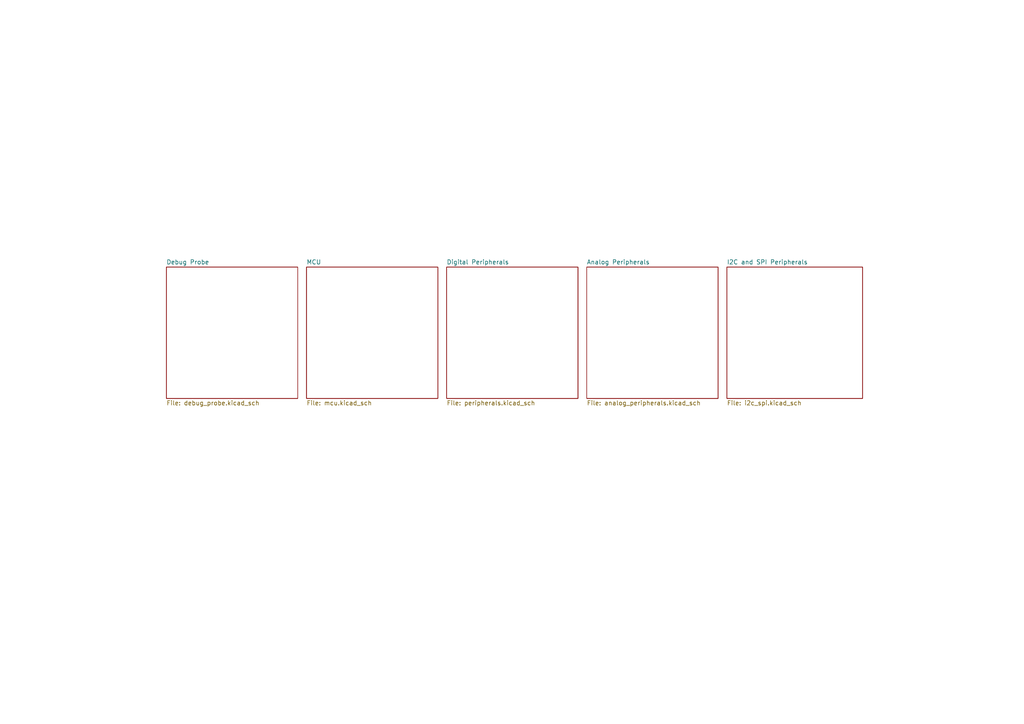
<source format=kicad_sch>
(kicad_sch
	(version 20250114)
	(generator "eeschema")
	(generator_version "9.0")
	(uuid "308cd3d6-c3d9-49fe-9127-06fda61df52b")
	(paper "A4")
	(title_block
		(title "EcoBoard")
		(company "EcoEnterprise")
	)
	(lib_symbols)
	(sheet
		(at 129.54 77.47)
		(size 38.1 38.1)
		(exclude_from_sim no)
		(in_bom yes)
		(on_board yes)
		(dnp no)
		(fields_autoplaced yes)
		(stroke
			(width 0.1524)
			(type solid)
		)
		(fill
			(color 0 0 0 0.0000)
		)
		(uuid "146c382c-2a6c-4a12-90a2-a26f2a1dd60b")
		(property "Sheetname" "Digital Peripherals"
			(at 129.54 76.7584 0)
			(effects
				(font
					(size 1.27 1.27)
				)
				(justify left bottom)
			)
		)
		(property "Sheetfile" "peripherals.kicad_sch"
			(at 129.54 116.1546 0)
			(effects
				(font
					(size 1.27 1.27)
				)
				(justify left top)
			)
		)
		(instances
			(project "eco_devkit"
				(path "/308cd3d6-c3d9-49fe-9127-06fda61df52b"
					(page "4")
				)
			)
		)
	)
	(sheet
		(at 210.82 77.47)
		(size 39.37 38.1)
		(exclude_from_sim no)
		(in_bom yes)
		(on_board yes)
		(dnp no)
		(fields_autoplaced yes)
		(stroke
			(width 0.1524)
			(type solid)
		)
		(fill
			(color 0 0 0 0.0000)
		)
		(uuid "18936539-b78a-4a13-b6a3-f93843840718")
		(property "Sheetname" "I2C and SPI Peripherals"
			(at 210.82 76.7584 0)
			(effects
				(font
					(size 1.27 1.27)
				)
				(justify left bottom)
			)
		)
		(property "Sheetfile" "i2c_spi.kicad_sch"
			(at 210.82 116.1546 0)
			(effects
				(font
					(size 1.27 1.27)
				)
				(justify left top)
			)
		)
		(instances
			(project "eco_devkit"
				(path "/308cd3d6-c3d9-49fe-9127-06fda61df52b"
					(page "6")
				)
			)
		)
	)
	(sheet
		(at 170.18 77.47)
		(size 38.1 38.1)
		(exclude_from_sim no)
		(in_bom yes)
		(on_board yes)
		(dnp no)
		(fields_autoplaced yes)
		(stroke
			(width 0.1524)
			(type solid)
		)
		(fill
			(color 0 0 0 0.0000)
		)
		(uuid "a3f9a86b-c305-4ba8-be31-b3cd3a950ab4")
		(property "Sheetname" "Analog Peripherals"
			(at 170.18 76.7584 0)
			(effects
				(font
					(size 1.27 1.27)
				)
				(justify left bottom)
			)
		)
		(property "Sheetfile" "analog_peripherals.kicad_sch"
			(at 170.18 116.1546 0)
			(effects
				(font
					(size 1.27 1.27)
				)
				(justify left top)
			)
		)
		(instances
			(project "eco_devkit"
				(path "/308cd3d6-c3d9-49fe-9127-06fda61df52b"
					(page "5")
				)
			)
		)
	)
	(sheet
		(at 88.9 77.47)
		(size 38.1 38.1)
		(exclude_from_sim no)
		(in_bom yes)
		(on_board yes)
		(dnp no)
		(fields_autoplaced yes)
		(stroke
			(width 0.1524)
			(type solid)
		)
		(fill
			(color 0 0 0 0.0000)
		)
		(uuid "c5de08d4-6dd7-45aa-a926-c80cdd2f363a")
		(property "Sheetname" "MCU"
			(at 88.9 76.7584 0)
			(effects
				(font
					(size 1.27 1.27)
				)
				(justify left bottom)
			)
		)
		(property "Sheetfile" "mcu.kicad_sch"
			(at 88.9 116.1546 0)
			(effects
				(font
					(size 1.27 1.27)
				)
				(justify left top)
			)
		)
		(instances
			(project "eco_devkit"
				(path "/308cd3d6-c3d9-49fe-9127-06fda61df52b"
					(page "3")
				)
			)
		)
	)
	(sheet
		(at 48.26 77.47)
		(size 38.1 38.1)
		(exclude_from_sim no)
		(in_bom yes)
		(on_board yes)
		(dnp no)
		(fields_autoplaced yes)
		(stroke
			(width 0.1524)
			(type solid)
		)
		(fill
			(color 0 0 0 0.0000)
		)
		(uuid "c6fed0ca-04fe-4a1a-8542-8833eebee5d1")
		(property "Sheetname" "Debug Probe"
			(at 48.26 76.7584 0)
			(effects
				(font
					(size 1.27 1.27)
				)
				(justify left bottom)
			)
		)
		(property "Sheetfile" "debug_probe.kicad_sch"
			(at 48.26 116.1546 0)
			(effects
				(font
					(size 1.27 1.27)
				)
				(justify left top)
			)
		)
		(instances
			(project "eco_devkit"
				(path "/308cd3d6-c3d9-49fe-9127-06fda61df52b"
					(page "6")
				)
			)
		)
	)
	(sheet_instances
		(path "/"
			(page "1")
		)
	)
	(embedded_fonts no)
)

</source>
